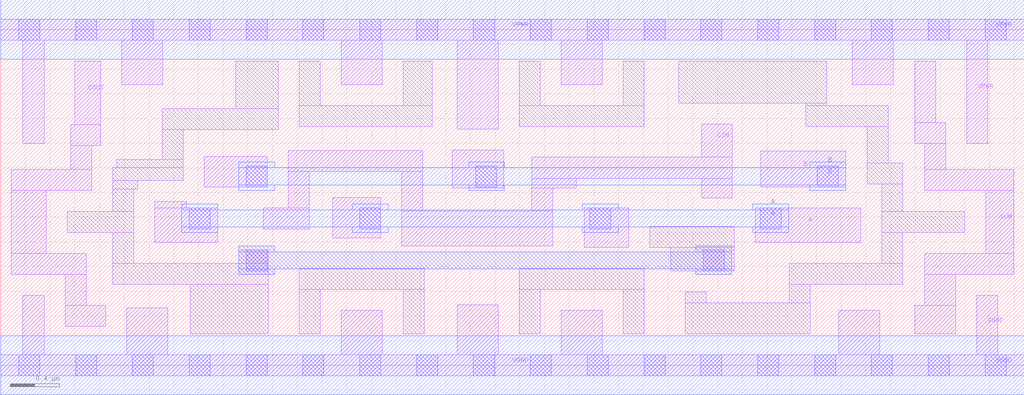
<source format=lef>
# Copyright 2020 The SkyWater PDK Authors
#
# Licensed under the Apache License, Version 2.0 (the "License");
# you may not use this file except in compliance with the License.
# You may obtain a copy of the License at
#
#     https://www.apache.org/licenses/LICENSE-2.0
#
# Unless required by applicable law or agreed to in writing, software
# distributed under the License is distributed on an "AS IS" BASIS,
# WITHOUT WARRANTIES OR CONDITIONS OF ANY KIND, either express or implied.
# See the License for the specific language governing permissions and
# limitations under the License.
#
# SPDX-License-Identifier: Apache-2.0

VERSION 5.7 ;
  NAMESCASESENSITIVE ON ;
  NOWIREEXTENSIONATPIN ON ;
  DIVIDERCHAR "/" ;
  BUSBITCHARS "[]" ;
UNITS
  DATABASE MICRONS 200 ;
END UNITS
MACRO sky130_fd_sc_hd__fa_2
  CLASS CORE ;
  SOURCE USER ;
  FOREIGN sky130_fd_sc_hd__fa_2 ;
  ORIGIN  0.000000  0.000000 ;
  SIZE  8.280000 BY  2.720000 ;
  SYMMETRY X Y R90 ;
  SITE unithd ;
  PIN A
    ANTENNAGATEAREA  0.631500 ;
    DIRECTION INPUT ;
    USE SIGNAL ;
    PORT
      LAYER li1 ;
        RECT 1.245000 0.995000 1.755000 1.275000 ;
        RECT 1.245000 1.275000 1.505000 1.325000 ;
        RECT 2.685000 1.030000 3.075000 1.360000 ;
        RECT 4.720000 0.955000 5.080000 1.275000 ;
        RECT 6.105000 0.995000 6.960000 1.275000 ;
      LAYER mcon ;
        RECT 1.525000 1.105000 1.695000 1.275000 ;
        RECT 2.905000 1.105000 3.075000 1.275000 ;
        RECT 4.765000 1.105000 4.935000 1.275000 ;
        RECT 6.145000 1.105000 6.315000 1.275000 ;
      LAYER met1 ;
        RECT 1.465000 1.075000 1.755000 1.120000 ;
        RECT 1.465000 1.120000 6.375000 1.260000 ;
        RECT 1.465000 1.260000 1.755000 1.305000 ;
        RECT 2.845000 1.075000 3.135000 1.120000 ;
        RECT 2.845000 1.260000 3.135000 1.305000 ;
        RECT 4.705000 1.075000 4.995000 1.120000 ;
        RECT 4.705000 1.260000 4.995000 1.305000 ;
        RECT 6.085000 1.075000 6.375000 1.120000 ;
        RECT 6.085000 1.260000 6.375000 1.305000 ;
    END
  END A
  PIN B
    ANTENNAGATEAREA  0.631500 ;
    DIRECTION INPUT ;
    USE SIGNAL ;
    PORT
      LAYER li1 ;
        RECT 1.645000 1.445000 2.155000 1.690000 ;
        RECT 3.655000 1.435000 4.070000 1.745000 ;
        RECT 6.150000 1.445000 6.835000 1.735000 ;
      LAYER mcon ;
        RECT 1.985000 1.445000 2.155000 1.615000 ;
        RECT 3.845000 1.445000 4.015000 1.615000 ;
        RECT 6.605000 1.445000 6.775000 1.615000 ;
      LAYER met1 ;
        RECT 1.925000 1.415000 2.215000 1.460000 ;
        RECT 1.925000 1.460000 6.835000 1.600000 ;
        RECT 1.925000 1.600000 2.215000 1.645000 ;
        RECT 3.785000 1.415000 4.075000 1.460000 ;
        RECT 3.785000 1.600000 4.075000 1.645000 ;
        RECT 6.545000 1.415000 6.835000 1.460000 ;
        RECT 6.545000 1.600000 6.835000 1.645000 ;
    END
  END B
  PIN CIN
    ANTENNAGATEAREA  0.475500 ;
    DIRECTION INPUT ;
    USE SIGNAL ;
    PORT
      LAYER li1 ;
        RECT 2.125000 1.105000 2.495000 1.275000 ;
        RECT 2.325000 1.275000 2.495000 1.570000 ;
        RECT 2.325000 1.570000 3.415000 1.740000 ;
        RECT 3.245000 0.965000 4.465000 1.250000 ;
        RECT 3.245000 1.250000 3.415000 1.570000 ;
        RECT 4.295000 1.250000 4.465000 1.435000 ;
        RECT 4.295000 1.435000 4.655000 1.515000 ;
        RECT 4.295000 1.515000 5.920000 1.685000 ;
        RECT 5.670000 1.355000 5.920000 1.515000 ;
        RECT 5.670000 1.685000 5.920000 1.955000 ;
    END
  END CIN
  PIN COUT
    ANTENNADIFFAREA  0.445500 ;
    DIRECTION OUTPUT ;
    USE SIGNAL ;
    PORT
      LAYER li1 ;
        RECT 0.085000 0.735000 0.690000 0.905000 ;
        RECT 0.085000 0.905000 0.370000 1.415000 ;
        RECT 0.085000 1.415000 0.735000 1.585000 ;
        RECT 0.520000 0.315000 0.850000 0.485000 ;
        RECT 0.520000 0.485000 0.690000 0.735000 ;
        RECT 0.565000 1.585000 0.735000 1.780000 ;
        RECT 0.565000 1.780000 0.810000 1.950000 ;
        RECT 0.600000 1.950000 0.810000 2.465000 ;
    END
  END COUT
  PIN SUM
    ANTENNADIFFAREA  0.523500 ;
    DIRECTION OUTPUT ;
    USE SIGNAL ;
    PORT
      LAYER li1 ;
        RECT 7.395000 0.255000 7.725000 0.485000 ;
        RECT 7.395000 1.795000 7.645000 1.965000 ;
        RECT 7.395000 1.965000 7.565000 2.465000 ;
        RECT 7.475000 0.485000 7.725000 0.735000 ;
        RECT 7.475000 0.735000 8.195000 0.905000 ;
        RECT 7.475000 1.415000 8.195000 1.585000 ;
        RECT 7.475000 1.585000 7.645000 1.795000 ;
        RECT 7.970000 0.905000 8.195000 1.415000 ;
    END
  END SUM
  PIN VGND
    DIRECTION INOUT ;
    SHAPE ABUTMENT ;
    USE GROUND ;
    PORT
      LAYER li1 ;
        RECT 0.000000 -0.085000 8.280000 0.085000 ;
        RECT 0.180000  0.085000 0.350000 0.565000 ;
        RECT 1.020000  0.085000 1.350000 0.465000 ;
        RECT 2.755000  0.085000 3.085000 0.445000 ;
        RECT 3.695000  0.085000 4.025000 0.490000 ;
        RECT 4.535000  0.085000 4.865000 0.445000 ;
        RECT 6.780000  0.085000 7.110000 0.445000 ;
        RECT 7.895000  0.085000 8.065000 0.565000 ;
      LAYER mcon ;
        RECT 0.145000 -0.085000 0.315000 0.085000 ;
        RECT 0.605000 -0.085000 0.775000 0.085000 ;
        RECT 1.065000 -0.085000 1.235000 0.085000 ;
        RECT 1.525000 -0.085000 1.695000 0.085000 ;
        RECT 1.985000 -0.085000 2.155000 0.085000 ;
        RECT 2.445000 -0.085000 2.615000 0.085000 ;
        RECT 2.905000 -0.085000 3.075000 0.085000 ;
        RECT 3.365000 -0.085000 3.535000 0.085000 ;
        RECT 3.825000 -0.085000 3.995000 0.085000 ;
        RECT 4.285000 -0.085000 4.455000 0.085000 ;
        RECT 4.745000 -0.085000 4.915000 0.085000 ;
        RECT 5.205000 -0.085000 5.375000 0.085000 ;
        RECT 5.665000 -0.085000 5.835000 0.085000 ;
        RECT 6.125000 -0.085000 6.295000 0.085000 ;
        RECT 6.585000 -0.085000 6.755000 0.085000 ;
        RECT 7.045000 -0.085000 7.215000 0.085000 ;
        RECT 7.505000 -0.085000 7.675000 0.085000 ;
        RECT 7.965000 -0.085000 8.135000 0.085000 ;
      LAYER met1 ;
        RECT 0.000000 -0.240000 8.280000 0.240000 ;
    END
  END VGND
  PIN VPWR
    DIRECTION INOUT ;
    SHAPE ABUTMENT ;
    USE POWER ;
    PORT
      LAYER li1 ;
        RECT 0.000000 2.635000 8.280000 2.805000 ;
        RECT 0.180000 1.795000 0.350000 2.635000 ;
        RECT 0.980000 2.275000 1.310000 2.635000 ;
        RECT 2.755000 2.275000 3.085000 2.635000 ;
        RECT 3.695000 1.915000 4.025000 2.635000 ;
        RECT 4.535000 2.275000 4.865000 2.635000 ;
        RECT 6.890000 2.275000 7.220000 2.635000 ;
        RECT 7.815000 1.795000 7.985000 2.635000 ;
      LAYER mcon ;
        RECT 0.145000 2.635000 0.315000 2.805000 ;
        RECT 0.605000 2.635000 0.775000 2.805000 ;
        RECT 1.065000 2.635000 1.235000 2.805000 ;
        RECT 1.525000 2.635000 1.695000 2.805000 ;
        RECT 1.985000 2.635000 2.155000 2.805000 ;
        RECT 2.445000 2.635000 2.615000 2.805000 ;
        RECT 2.905000 2.635000 3.075000 2.805000 ;
        RECT 3.365000 2.635000 3.535000 2.805000 ;
        RECT 3.825000 2.635000 3.995000 2.805000 ;
        RECT 4.285000 2.635000 4.455000 2.805000 ;
        RECT 4.745000 2.635000 4.915000 2.805000 ;
        RECT 5.205000 2.635000 5.375000 2.805000 ;
        RECT 5.665000 2.635000 5.835000 2.805000 ;
        RECT 6.125000 2.635000 6.295000 2.805000 ;
        RECT 6.585000 2.635000 6.755000 2.805000 ;
        RECT 7.045000 2.635000 7.215000 2.805000 ;
        RECT 7.505000 2.635000 7.675000 2.805000 ;
        RECT 7.965000 2.635000 8.135000 2.805000 ;
      LAYER met1 ;
        RECT 0.000000 2.480000 8.280000 2.960000 ;
    END
  END VPWR
  OBS
    LAYER li1 ;
      RECT 0.540000 1.075000 1.075000 1.245000 ;
      RECT 0.905000 0.655000 2.165000 0.825000 ;
      RECT 0.905000 0.825000 1.075000 1.075000 ;
      RECT 0.905000 1.245000 1.075000 1.430000 ;
      RECT 0.905000 1.430000 1.110000 1.495000 ;
      RECT 0.905000 1.495000 1.475000 1.600000 ;
      RECT 0.940000 1.600000 1.475000 1.665000 ;
      RECT 1.305000 1.665000 1.475000 1.910000 ;
      RECT 1.305000 1.910000 2.245000 2.080000 ;
      RECT 1.535000 0.255000 2.165000 0.655000 ;
      RECT 1.900000 2.080000 2.245000 2.465000 ;
      RECT 1.925000 0.825000 2.165000 0.935000 ;
      RECT 2.415000 0.255000 2.585000 0.615000 ;
      RECT 2.415000 0.615000 3.425000 0.785000 ;
      RECT 2.415000 1.935000 3.490000 2.105000 ;
      RECT 2.415000 2.105000 2.585000 2.465000 ;
      RECT 3.255000 0.255000 3.425000 0.615000 ;
      RECT 3.255000 2.105000 3.490000 2.465000 ;
      RECT 4.195000 0.255000 4.365000 0.615000 ;
      RECT 4.195000 0.615000 5.205000 0.785000 ;
      RECT 4.195000 1.935000 5.205000 2.105000 ;
      RECT 4.195000 2.105000 4.365000 2.465000 ;
      RECT 5.035000 0.255000 5.205000 0.615000 ;
      RECT 5.035000 2.105000 5.205000 2.465000 ;
      RECT 5.250000 0.955000 5.935000 1.125000 ;
      RECT 5.420000 0.765000 5.935000 0.955000 ;
      RECT 5.485000 2.125000 6.685000 2.465000 ;
      RECT 5.540000 0.255000 6.550000 0.505000 ;
      RECT 5.540000 0.505000 5.710000 0.595000 ;
      RECT 6.380000 0.505000 6.550000 0.655000 ;
      RECT 6.380000 0.655000 7.300000 0.825000 ;
      RECT 6.515000 1.935000 7.180000 2.105000 ;
      RECT 6.515000 2.105000 6.685000 2.125000 ;
      RECT 7.010000 1.470000 7.300000 1.640000 ;
      RECT 7.010000 1.640000 7.180000 1.935000 ;
      RECT 7.130000 0.825000 7.300000 1.075000 ;
      RECT 7.130000 1.075000 7.800000 1.245000 ;
      RECT 7.130000 1.245000 7.300000 1.470000 ;
    LAYER mcon ;
      RECT 1.985000 0.765000 2.155000 0.935000 ;
      RECT 5.685000 0.765000 5.855000 0.935000 ;
    LAYER met1 ;
      RECT 1.925000 0.735000 2.215000 0.780000 ;
      RECT 1.925000 0.780000 5.915000 0.920000 ;
      RECT 1.925000 0.920000 2.215000 0.965000 ;
      RECT 5.625000 0.735000 5.915000 0.780000 ;
      RECT 5.625000 0.920000 5.915000 0.965000 ;
  END
END sky130_fd_sc_hd__fa_2
END LIBRARY

</source>
